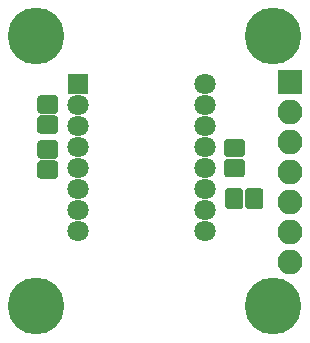
<source format=gbr>
G04 #@! TF.GenerationSoftware,KiCad,Pcbnew,(5.0.0-rc3-dev)*
G04 #@! TF.CreationDate,2018-07-03T21:02:48+03:00*
G04 #@! TF.ProjectId,board,626F6172642E6B696361645F70636200,v0.1*
G04 #@! TF.SameCoordinates,Original*
G04 #@! TF.FileFunction,Soldermask,Top*
G04 #@! TF.FilePolarity,Negative*
%FSLAX46Y46*%
G04 Gerber Fmt 4.6, Leading zero omitted, Abs format (unit mm)*
G04 Created by KiCad (PCBNEW (5.0.0-rc3-dev)) date Tue Jul  3 21:02:48 2018*
%MOMM*%
%LPD*%
G01*
G04 APERTURE LIST*
%ADD10C,1.100000*%
%ADD11C,4.800000*%
%ADD12C,0.100000*%
%ADD13C,1.550000*%
%ADD14R,2.100000X2.100000*%
%ADD15O,2.100000X2.100000*%
%ADD16C,1.800000*%
%ADD17R,1.800000X1.800000*%
G04 APERTURE END LIST*
D10*
G04 #@! TO.C,J6*
X140612726Y-48363274D03*
X139446000Y-47880000D03*
X138279274Y-48363274D03*
X137796000Y-49530000D03*
X138279274Y-50696726D03*
X139446000Y-51180000D03*
X140612726Y-50696726D03*
X141096000Y-49530000D03*
D11*
X139446000Y-49530000D03*
G04 #@! TD*
G04 #@! TO.C,J5*
X139446000Y-72390000D03*
D10*
X141096000Y-72390000D03*
X140612726Y-73556726D03*
X139446000Y-74040000D03*
X138279274Y-73556726D03*
X137796000Y-72390000D03*
X138279274Y-71223274D03*
X139446000Y-70740000D03*
X140612726Y-71223274D03*
G04 #@! TD*
G04 #@! TO.C,J4*
X120546726Y-48363274D03*
X119380000Y-47880000D03*
X118213274Y-48363274D03*
X117730000Y-49530000D03*
X118213274Y-50696726D03*
X119380000Y-51180000D03*
X120546726Y-50696726D03*
X121030000Y-49530000D03*
D11*
X119380000Y-49530000D03*
G04 #@! TD*
G04 #@! TO.C,J3*
X119380000Y-72390000D03*
D10*
X121030000Y-72390000D03*
X120546726Y-73556726D03*
X119380000Y-74040000D03*
X118213274Y-73556726D03*
X117730000Y-72390000D03*
X118213274Y-71223274D03*
X119380000Y-70740000D03*
X120546726Y-71223274D03*
G04 #@! TD*
D12*
G04 #@! TO.C,R5*
G36*
X138354071Y-62347623D02*
X138386781Y-62352475D01*
X138418857Y-62360509D01*
X138449991Y-62371649D01*
X138479884Y-62385787D01*
X138508247Y-62402787D01*
X138534807Y-62422485D01*
X138559308Y-62444692D01*
X138581515Y-62469193D01*
X138601213Y-62495753D01*
X138618213Y-62524116D01*
X138632351Y-62554009D01*
X138643491Y-62585143D01*
X138651525Y-62617219D01*
X138656377Y-62649929D01*
X138658000Y-62682956D01*
X138658000Y-63809044D01*
X138656377Y-63842071D01*
X138651525Y-63874781D01*
X138643491Y-63906857D01*
X138632351Y-63937991D01*
X138618213Y-63967884D01*
X138601213Y-63996247D01*
X138581515Y-64022807D01*
X138559308Y-64047308D01*
X138534807Y-64069515D01*
X138508247Y-64089213D01*
X138479884Y-64106213D01*
X138449991Y-64120351D01*
X138418857Y-64131491D01*
X138386781Y-64139525D01*
X138354071Y-64144377D01*
X138321044Y-64146000D01*
X137444956Y-64146000D01*
X137411929Y-64144377D01*
X137379219Y-64139525D01*
X137347143Y-64131491D01*
X137316009Y-64120351D01*
X137286116Y-64106213D01*
X137257753Y-64089213D01*
X137231193Y-64069515D01*
X137206692Y-64047308D01*
X137184485Y-64022807D01*
X137164787Y-63996247D01*
X137147787Y-63967884D01*
X137133649Y-63937991D01*
X137122509Y-63906857D01*
X137114475Y-63874781D01*
X137109623Y-63842071D01*
X137108000Y-63809044D01*
X137108000Y-62682956D01*
X137109623Y-62649929D01*
X137114475Y-62617219D01*
X137122509Y-62585143D01*
X137133649Y-62554009D01*
X137147787Y-62524116D01*
X137164787Y-62495753D01*
X137184485Y-62469193D01*
X137206692Y-62444692D01*
X137231193Y-62422485D01*
X137257753Y-62402787D01*
X137286116Y-62385787D01*
X137316009Y-62371649D01*
X137347143Y-62360509D01*
X137379219Y-62352475D01*
X137411929Y-62347623D01*
X137444956Y-62346000D01*
X138321044Y-62346000D01*
X138354071Y-62347623D01*
X138354071Y-62347623D01*
G37*
D13*
X137883000Y-63246000D03*
D12*
G36*
X136654071Y-62347623D02*
X136686781Y-62352475D01*
X136718857Y-62360509D01*
X136749991Y-62371649D01*
X136779884Y-62385787D01*
X136808247Y-62402787D01*
X136834807Y-62422485D01*
X136859308Y-62444692D01*
X136881515Y-62469193D01*
X136901213Y-62495753D01*
X136918213Y-62524116D01*
X136932351Y-62554009D01*
X136943491Y-62585143D01*
X136951525Y-62617219D01*
X136956377Y-62649929D01*
X136958000Y-62682956D01*
X136958000Y-63809044D01*
X136956377Y-63842071D01*
X136951525Y-63874781D01*
X136943491Y-63906857D01*
X136932351Y-63937991D01*
X136918213Y-63967884D01*
X136901213Y-63996247D01*
X136881515Y-64022807D01*
X136859308Y-64047308D01*
X136834807Y-64069515D01*
X136808247Y-64089213D01*
X136779884Y-64106213D01*
X136749991Y-64120351D01*
X136718857Y-64131491D01*
X136686781Y-64139525D01*
X136654071Y-64144377D01*
X136621044Y-64146000D01*
X135744956Y-64146000D01*
X135711929Y-64144377D01*
X135679219Y-64139525D01*
X135647143Y-64131491D01*
X135616009Y-64120351D01*
X135586116Y-64106213D01*
X135557753Y-64089213D01*
X135531193Y-64069515D01*
X135506692Y-64047308D01*
X135484485Y-64022807D01*
X135464787Y-63996247D01*
X135447787Y-63967884D01*
X135433649Y-63937991D01*
X135422509Y-63906857D01*
X135414475Y-63874781D01*
X135409623Y-63842071D01*
X135408000Y-63809044D01*
X135408000Y-62682956D01*
X135409623Y-62649929D01*
X135414475Y-62617219D01*
X135422509Y-62585143D01*
X135433649Y-62554009D01*
X135447787Y-62524116D01*
X135464787Y-62495753D01*
X135484485Y-62469193D01*
X135506692Y-62444692D01*
X135531193Y-62422485D01*
X135557753Y-62402787D01*
X135586116Y-62385787D01*
X135616009Y-62371649D01*
X135647143Y-62360509D01*
X135679219Y-62352475D01*
X135711929Y-62347623D01*
X135744956Y-62346000D01*
X136621044Y-62346000D01*
X136654071Y-62347623D01*
X136654071Y-62347623D01*
G37*
D13*
X136183000Y-63246000D03*
G04 #@! TD*
D14*
G04 #@! TO.C,J2*
X140944600Y-53365400D03*
D15*
X140944600Y-55905400D03*
X140944600Y-58445400D03*
X140944600Y-60985400D03*
X140944600Y-63525400D03*
X140944600Y-66065400D03*
X140944600Y-68605400D03*
G04 #@! TD*
D16*
G04 #@! TO.C,J1*
X133686800Y-66003200D03*
D17*
X122986800Y-53543200D03*
D16*
X133686800Y-64223200D03*
X122986800Y-55323200D03*
X133686800Y-62443200D03*
X122986800Y-57103200D03*
X133686800Y-60663200D03*
X122986800Y-58883200D03*
X133686800Y-58883200D03*
X122986800Y-60663200D03*
X133686800Y-57103200D03*
X122986800Y-62443200D03*
X133686800Y-55323200D03*
X122986800Y-64223200D03*
X133686800Y-53543200D03*
X122986800Y-66003200D03*
G04 #@! TD*
D12*
G04 #@! TO.C,C2*
G36*
X120992071Y-60020623D02*
X121024781Y-60025475D01*
X121056857Y-60033509D01*
X121087991Y-60044649D01*
X121117884Y-60058787D01*
X121146247Y-60075787D01*
X121172807Y-60095485D01*
X121197308Y-60117692D01*
X121219515Y-60142193D01*
X121239213Y-60168753D01*
X121256213Y-60197116D01*
X121270351Y-60227009D01*
X121281491Y-60258143D01*
X121289525Y-60290219D01*
X121294377Y-60322929D01*
X121296000Y-60355956D01*
X121296000Y-61232044D01*
X121294377Y-61265071D01*
X121289525Y-61297781D01*
X121281491Y-61329857D01*
X121270351Y-61360991D01*
X121256213Y-61390884D01*
X121239213Y-61419247D01*
X121219515Y-61445807D01*
X121197308Y-61470308D01*
X121172807Y-61492515D01*
X121146247Y-61512213D01*
X121117884Y-61529213D01*
X121087991Y-61543351D01*
X121056857Y-61554491D01*
X121024781Y-61562525D01*
X120992071Y-61567377D01*
X120959044Y-61569000D01*
X119832956Y-61569000D01*
X119799929Y-61567377D01*
X119767219Y-61562525D01*
X119735143Y-61554491D01*
X119704009Y-61543351D01*
X119674116Y-61529213D01*
X119645753Y-61512213D01*
X119619193Y-61492515D01*
X119594692Y-61470308D01*
X119572485Y-61445807D01*
X119552787Y-61419247D01*
X119535787Y-61390884D01*
X119521649Y-61360991D01*
X119510509Y-61329857D01*
X119502475Y-61297781D01*
X119497623Y-61265071D01*
X119496000Y-61232044D01*
X119496000Y-60355956D01*
X119497623Y-60322929D01*
X119502475Y-60290219D01*
X119510509Y-60258143D01*
X119521649Y-60227009D01*
X119535787Y-60197116D01*
X119552787Y-60168753D01*
X119572485Y-60142193D01*
X119594692Y-60117692D01*
X119619193Y-60095485D01*
X119645753Y-60075787D01*
X119674116Y-60058787D01*
X119704009Y-60044649D01*
X119735143Y-60033509D01*
X119767219Y-60025475D01*
X119799929Y-60020623D01*
X119832956Y-60019000D01*
X120959044Y-60019000D01*
X120992071Y-60020623D01*
X120992071Y-60020623D01*
G37*
D13*
X120396000Y-60794000D03*
D12*
G36*
X120992071Y-58320623D02*
X121024781Y-58325475D01*
X121056857Y-58333509D01*
X121087991Y-58344649D01*
X121117884Y-58358787D01*
X121146247Y-58375787D01*
X121172807Y-58395485D01*
X121197308Y-58417692D01*
X121219515Y-58442193D01*
X121239213Y-58468753D01*
X121256213Y-58497116D01*
X121270351Y-58527009D01*
X121281491Y-58558143D01*
X121289525Y-58590219D01*
X121294377Y-58622929D01*
X121296000Y-58655956D01*
X121296000Y-59532044D01*
X121294377Y-59565071D01*
X121289525Y-59597781D01*
X121281491Y-59629857D01*
X121270351Y-59660991D01*
X121256213Y-59690884D01*
X121239213Y-59719247D01*
X121219515Y-59745807D01*
X121197308Y-59770308D01*
X121172807Y-59792515D01*
X121146247Y-59812213D01*
X121117884Y-59829213D01*
X121087991Y-59843351D01*
X121056857Y-59854491D01*
X121024781Y-59862525D01*
X120992071Y-59867377D01*
X120959044Y-59869000D01*
X119832956Y-59869000D01*
X119799929Y-59867377D01*
X119767219Y-59862525D01*
X119735143Y-59854491D01*
X119704009Y-59843351D01*
X119674116Y-59829213D01*
X119645753Y-59812213D01*
X119619193Y-59792515D01*
X119594692Y-59770308D01*
X119572485Y-59745807D01*
X119552787Y-59719247D01*
X119535787Y-59690884D01*
X119521649Y-59660991D01*
X119510509Y-59629857D01*
X119502475Y-59597781D01*
X119497623Y-59565071D01*
X119496000Y-59532044D01*
X119496000Y-58655956D01*
X119497623Y-58622929D01*
X119502475Y-58590219D01*
X119510509Y-58558143D01*
X119521649Y-58527009D01*
X119535787Y-58497116D01*
X119552787Y-58468753D01*
X119572485Y-58442193D01*
X119594692Y-58417692D01*
X119619193Y-58395485D01*
X119645753Y-58375787D01*
X119674116Y-58358787D01*
X119704009Y-58344649D01*
X119735143Y-58333509D01*
X119767219Y-58325475D01*
X119799929Y-58320623D01*
X119832956Y-58319000D01*
X120959044Y-58319000D01*
X120992071Y-58320623D01*
X120992071Y-58320623D01*
G37*
D13*
X120396000Y-59094000D03*
G04 #@! TD*
D12*
G04 #@! TO.C,C1*
G36*
X120992071Y-56210623D02*
X121024781Y-56215475D01*
X121056857Y-56223509D01*
X121087991Y-56234649D01*
X121117884Y-56248787D01*
X121146247Y-56265787D01*
X121172807Y-56285485D01*
X121197308Y-56307692D01*
X121219515Y-56332193D01*
X121239213Y-56358753D01*
X121256213Y-56387116D01*
X121270351Y-56417009D01*
X121281491Y-56448143D01*
X121289525Y-56480219D01*
X121294377Y-56512929D01*
X121296000Y-56545956D01*
X121296000Y-57422044D01*
X121294377Y-57455071D01*
X121289525Y-57487781D01*
X121281491Y-57519857D01*
X121270351Y-57550991D01*
X121256213Y-57580884D01*
X121239213Y-57609247D01*
X121219515Y-57635807D01*
X121197308Y-57660308D01*
X121172807Y-57682515D01*
X121146247Y-57702213D01*
X121117884Y-57719213D01*
X121087991Y-57733351D01*
X121056857Y-57744491D01*
X121024781Y-57752525D01*
X120992071Y-57757377D01*
X120959044Y-57759000D01*
X119832956Y-57759000D01*
X119799929Y-57757377D01*
X119767219Y-57752525D01*
X119735143Y-57744491D01*
X119704009Y-57733351D01*
X119674116Y-57719213D01*
X119645753Y-57702213D01*
X119619193Y-57682515D01*
X119594692Y-57660308D01*
X119572485Y-57635807D01*
X119552787Y-57609247D01*
X119535787Y-57580884D01*
X119521649Y-57550991D01*
X119510509Y-57519857D01*
X119502475Y-57487781D01*
X119497623Y-57455071D01*
X119496000Y-57422044D01*
X119496000Y-56545956D01*
X119497623Y-56512929D01*
X119502475Y-56480219D01*
X119510509Y-56448143D01*
X119521649Y-56417009D01*
X119535787Y-56387116D01*
X119552787Y-56358753D01*
X119572485Y-56332193D01*
X119594692Y-56307692D01*
X119619193Y-56285485D01*
X119645753Y-56265787D01*
X119674116Y-56248787D01*
X119704009Y-56234649D01*
X119735143Y-56223509D01*
X119767219Y-56215475D01*
X119799929Y-56210623D01*
X119832956Y-56209000D01*
X120959044Y-56209000D01*
X120992071Y-56210623D01*
X120992071Y-56210623D01*
G37*
D13*
X120396000Y-56984000D03*
D12*
G36*
X120992071Y-54510623D02*
X121024781Y-54515475D01*
X121056857Y-54523509D01*
X121087991Y-54534649D01*
X121117884Y-54548787D01*
X121146247Y-54565787D01*
X121172807Y-54585485D01*
X121197308Y-54607692D01*
X121219515Y-54632193D01*
X121239213Y-54658753D01*
X121256213Y-54687116D01*
X121270351Y-54717009D01*
X121281491Y-54748143D01*
X121289525Y-54780219D01*
X121294377Y-54812929D01*
X121296000Y-54845956D01*
X121296000Y-55722044D01*
X121294377Y-55755071D01*
X121289525Y-55787781D01*
X121281491Y-55819857D01*
X121270351Y-55850991D01*
X121256213Y-55880884D01*
X121239213Y-55909247D01*
X121219515Y-55935807D01*
X121197308Y-55960308D01*
X121172807Y-55982515D01*
X121146247Y-56002213D01*
X121117884Y-56019213D01*
X121087991Y-56033351D01*
X121056857Y-56044491D01*
X121024781Y-56052525D01*
X120992071Y-56057377D01*
X120959044Y-56059000D01*
X119832956Y-56059000D01*
X119799929Y-56057377D01*
X119767219Y-56052525D01*
X119735143Y-56044491D01*
X119704009Y-56033351D01*
X119674116Y-56019213D01*
X119645753Y-56002213D01*
X119619193Y-55982515D01*
X119594692Y-55960308D01*
X119572485Y-55935807D01*
X119552787Y-55909247D01*
X119535787Y-55880884D01*
X119521649Y-55850991D01*
X119510509Y-55819857D01*
X119502475Y-55787781D01*
X119497623Y-55755071D01*
X119496000Y-55722044D01*
X119496000Y-54845956D01*
X119497623Y-54812929D01*
X119502475Y-54780219D01*
X119510509Y-54748143D01*
X119521649Y-54717009D01*
X119535787Y-54687116D01*
X119552787Y-54658753D01*
X119572485Y-54632193D01*
X119594692Y-54607692D01*
X119619193Y-54585485D01*
X119645753Y-54565787D01*
X119674116Y-54548787D01*
X119704009Y-54534649D01*
X119735143Y-54523509D01*
X119767219Y-54515475D01*
X119799929Y-54510623D01*
X119832956Y-54509000D01*
X120959044Y-54509000D01*
X120992071Y-54510623D01*
X120992071Y-54510623D01*
G37*
D13*
X120396000Y-55284000D03*
G04 #@! TD*
D12*
G04 #@! TO.C,R1*
G36*
X136803571Y-58193623D02*
X136836281Y-58198475D01*
X136868357Y-58206509D01*
X136899491Y-58217649D01*
X136929384Y-58231787D01*
X136957747Y-58248787D01*
X136984307Y-58268485D01*
X137008808Y-58290692D01*
X137031015Y-58315193D01*
X137050713Y-58341753D01*
X137067713Y-58370116D01*
X137081851Y-58400009D01*
X137092991Y-58431143D01*
X137101025Y-58463219D01*
X137105877Y-58495929D01*
X137107500Y-58528956D01*
X137107500Y-59405044D01*
X137105877Y-59438071D01*
X137101025Y-59470781D01*
X137092991Y-59502857D01*
X137081851Y-59533991D01*
X137067713Y-59563884D01*
X137050713Y-59592247D01*
X137031015Y-59618807D01*
X137008808Y-59643308D01*
X136984307Y-59665515D01*
X136957747Y-59685213D01*
X136929384Y-59702213D01*
X136899491Y-59716351D01*
X136868357Y-59727491D01*
X136836281Y-59735525D01*
X136803571Y-59740377D01*
X136770544Y-59742000D01*
X135644456Y-59742000D01*
X135611429Y-59740377D01*
X135578719Y-59735525D01*
X135546643Y-59727491D01*
X135515509Y-59716351D01*
X135485616Y-59702213D01*
X135457253Y-59685213D01*
X135430693Y-59665515D01*
X135406192Y-59643308D01*
X135383985Y-59618807D01*
X135364287Y-59592247D01*
X135347287Y-59563884D01*
X135333149Y-59533991D01*
X135322009Y-59502857D01*
X135313975Y-59470781D01*
X135309123Y-59438071D01*
X135307500Y-59405044D01*
X135307500Y-58528956D01*
X135309123Y-58495929D01*
X135313975Y-58463219D01*
X135322009Y-58431143D01*
X135333149Y-58400009D01*
X135347287Y-58370116D01*
X135364287Y-58341753D01*
X135383985Y-58315193D01*
X135406192Y-58290692D01*
X135430693Y-58268485D01*
X135457253Y-58248787D01*
X135485616Y-58231787D01*
X135515509Y-58217649D01*
X135546643Y-58206509D01*
X135578719Y-58198475D01*
X135611429Y-58193623D01*
X135644456Y-58192000D01*
X136770544Y-58192000D01*
X136803571Y-58193623D01*
X136803571Y-58193623D01*
G37*
D13*
X136207500Y-58967000D03*
D12*
G36*
X136803571Y-59893623D02*
X136836281Y-59898475D01*
X136868357Y-59906509D01*
X136899491Y-59917649D01*
X136929384Y-59931787D01*
X136957747Y-59948787D01*
X136984307Y-59968485D01*
X137008808Y-59990692D01*
X137031015Y-60015193D01*
X137050713Y-60041753D01*
X137067713Y-60070116D01*
X137081851Y-60100009D01*
X137092991Y-60131143D01*
X137101025Y-60163219D01*
X137105877Y-60195929D01*
X137107500Y-60228956D01*
X137107500Y-61105044D01*
X137105877Y-61138071D01*
X137101025Y-61170781D01*
X137092991Y-61202857D01*
X137081851Y-61233991D01*
X137067713Y-61263884D01*
X137050713Y-61292247D01*
X137031015Y-61318807D01*
X137008808Y-61343308D01*
X136984307Y-61365515D01*
X136957747Y-61385213D01*
X136929384Y-61402213D01*
X136899491Y-61416351D01*
X136868357Y-61427491D01*
X136836281Y-61435525D01*
X136803571Y-61440377D01*
X136770544Y-61442000D01*
X135644456Y-61442000D01*
X135611429Y-61440377D01*
X135578719Y-61435525D01*
X135546643Y-61427491D01*
X135515509Y-61416351D01*
X135485616Y-61402213D01*
X135457253Y-61385213D01*
X135430693Y-61365515D01*
X135406192Y-61343308D01*
X135383985Y-61318807D01*
X135364287Y-61292247D01*
X135347287Y-61263884D01*
X135333149Y-61233991D01*
X135322009Y-61202857D01*
X135313975Y-61170781D01*
X135309123Y-61138071D01*
X135307500Y-61105044D01*
X135307500Y-60228956D01*
X135309123Y-60195929D01*
X135313975Y-60163219D01*
X135322009Y-60131143D01*
X135333149Y-60100009D01*
X135347287Y-60070116D01*
X135364287Y-60041753D01*
X135383985Y-60015193D01*
X135406192Y-59990692D01*
X135430693Y-59968485D01*
X135457253Y-59948787D01*
X135485616Y-59931787D01*
X135515509Y-59917649D01*
X135546643Y-59906509D01*
X135578719Y-59898475D01*
X135611429Y-59893623D01*
X135644456Y-59892000D01*
X136770544Y-59892000D01*
X136803571Y-59893623D01*
X136803571Y-59893623D01*
G37*
D13*
X136207500Y-60667000D03*
G04 #@! TD*
M02*

</source>
